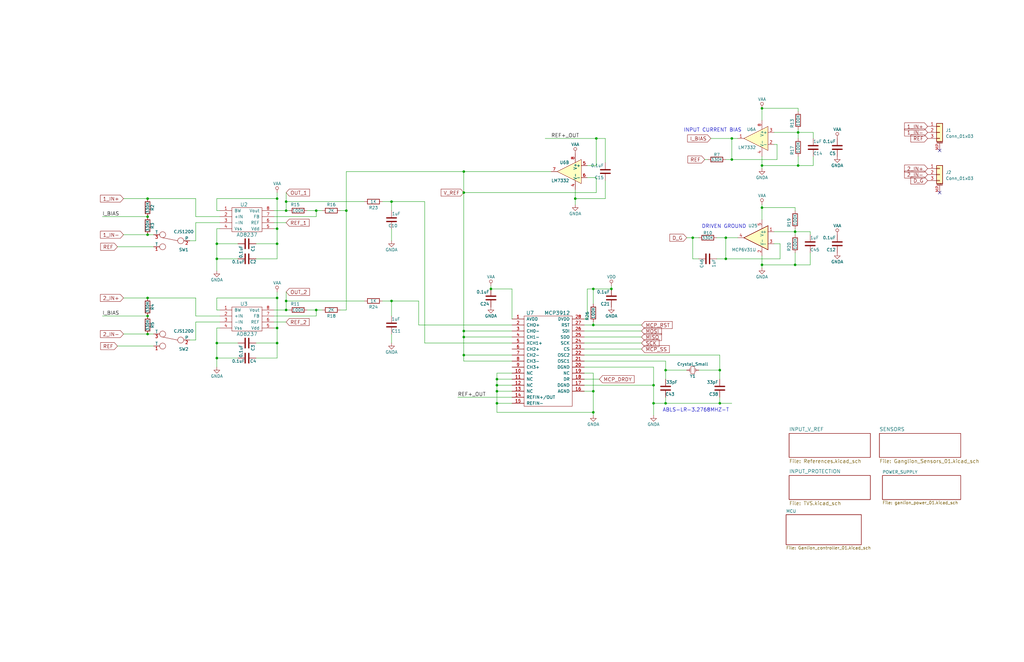
<source format=kicad_sch>
(kicad_sch (version 20231120) (generator "eeschema") (generator_version "8.0")
  (paper "B")
  (title_block (title "Ganglion") (date "2018-1-8") (rev "1.0.1") (company "OpenBCI"))
  (lib_symbols
    (symbol "Connector_Generic_MountingPin:Conn_01x03_MountingPin" (pin_names (offset 1.016) hide)
      (property "Reference" "J" (at 0 5.08 0))
      (property "Value" "Conn_01x03_MountingPin" (at 1.27 -5.08 0))
      (symbol "Conn_01x03_MountingPin_1_1"
        (rectangle (start -1.27 -2.413) (end 0 -2.667) (stroke (width 0.1524)))
        (rectangle (start -1.27 0.127) (end 0 -0.127) (stroke (width 0.1524)))
        (rectangle (start -1.27 2.667) (end 0 2.413) (stroke (width 0.1524)))
        (rectangle (start -1.27 3.81) (end 1.27 -3.81) (stroke (width 0.254)) (fill (type background)))
        (polyline (pts (xy -1.016 -4.572) (xy 1.016 -4.572)) (stroke (width 0.1524)))
        (text "Mounting" (at 0 -4.191 0) (effects (font (size 0.381 0.381))))
        (pin passive line (at -5.08 2.54 0) (length 3.81) (name "Pin_1") (number "1"))
        (pin passive line (at -5.08 0 0) (length 3.81) (name "Pin_2") (number "2"))
        (pin passive line (at -5.08 -2.54 0) (length 3.81) (name "Pin_3") (number "3"))
        (pin passive line (at 0 -7.62 90) (length 3.048) (name "MountPin") (number "MP"))
      )
    )
    (symbol "Ganglion_01-rescue:C" (pin_numbers hide) (pin_names (offset 0.254))
      (property "Reference" "C" (at 0.635 2.54 0))
      (property "Value" "C" (at 0.635 -2.54 0))
      (symbol "C_0_1"
        (polyline (pts (xy -2.032 -0.762) (xy 2.032 -0.762)) (stroke (width 0.508)))
        (polyline (pts (xy -2.032 0.762) (xy 2.032 0.762)) (stroke (width 0.508)))
      )
      (symbol "C_1_1"
        (pin passive line (at 0 3.81 270) (length 2.794) (name "~") (number "1"))
        (pin passive line (at 0 -3.81 90) (length 2.794) (name "~") (number "2"))
      )
    )
    (symbol "Ganglion_01-rescue:Crystal_Small" (pin_numbers hide) (pin_names (offset 1.016) hide)
      (property "Reference" "Y" (at 0 2.54 0))
      (property "Value" "Crystal_Small" (at 0 -2.54 0))
      (symbol "Crystal_Small_0_1"
        (rectangle (start -0.762 -1.524) (end 0.762 1.524))
        (polyline (pts (xy -1.27 -0.762) (xy -1.27 0.762)))
        (polyline (pts (xy 1.27 -0.762) (xy 1.27 0.762)))
      )
      (symbol "Crystal_Small_1_1"
        (pin passive line (at -2.54 0 0) (length 1.27) (name "1") (number "1"))
        (pin passive line (at 2.54 0 180) (length 1.27) (name "2") (number "2"))
      )
    )
    (symbol "Ganglion_01-rescue:GNDA" (power) (pin_names (offset 0))
      (property "Value" "GNDA" (at 0 -3.81 0))
      (symbol "GNDA_0_1"
        (polyline (pts (xy 0 0) (xy 0 -1.27) (xy 1.27 -1.27) (xy 0 -2.54) (xy -1.27 -1.27) (xy 0 -1.27)))
      )
      (symbol "GNDA_1_1"
        (pin power_in line (at 0 0 270) (length 0) hide (name "GNDA") (number "1"))
      )
    )
    (symbol "Ganglion_01-rescue:R" (pin_numbers hide) (pin_names (offset 0))
      (property "Reference" "R" (at 2.032 0 90))
      (property "Value" "R" (at 0 0 90))
      (symbol "R_0_1"
        (rectangle (start -1.016 -2.54) (end 1.016 2.54) (stroke (width 0.254)))
      )
      (symbol "R_1_1"
        (pin passive line (at 0 3.81 270) (length 1.27) (name "~") (number "1"))
        (pin passive line (at 0 -3.81 90) (length 1.27) (name "~") (number "2"))
      )
    )
    (symbol "Ganglion_01-rescue:VAA" (power) (pin_names (offset 0))
      (property "Value" "VAA" (at 0 3.81 0))
      (symbol "VAA_0_1"
        (polyline (pts (xy 0 0) (xy 0 1.27)))
        (circle (center 0 1.905) (radius 0.635))
      )
      (symbol "VAA_1_1"
        (pin power_in line (at 0 0 90) (length 0) hide (name "VAA") (number "1"))
      )
    )
    (symbol "Ganglion_01-rescue:VDD" (power) (pin_names (offset 0))
      (property "Value" "VDD" (at 0 3.81 0))
      (symbol "VDD_0_1"
        (polyline (pts (xy 0 0) (xy 0 1.27)))
        (circle (center 0 1.905) (radius 0.635))
      )
      (symbol "VDD_1_1"
        (pin power_in line (at 0 0 90) (length 0) hide (name "VDD") (number "1"))
      )
    )
    (symbol "OpenBCI:AD8237" (pin_names (offset 1.016))
      (property "Reference" "U" (at -1.27 6.35 0))
      (property "Value" "AD8237" (at 0 -6.35 0))
      (symbol "AD8237_0_1"
        (rectangle (start -6.35 5.08) (end 6.35 -5.08))
      )
      (symbol "AD8237_1_1"
        (pin input line (at -11.43 3.81 0) (length 5.08) (name "BW") (number "1"))
        (pin input line (at -11.43 1.27 0) (length 5.08) (name "+IN") (number "2"))
        (pin input line (at -11.43 -1.27 0) (length 5.08) (name "-IN") (number "3"))
        (pin input line (at -11.43 -3.81 0) (length 5.08) (name "Vss") (number "4"))
        (pin input line (at 11.43 -3.81 180) (length 5.08) (name "Vdd") (number "5"))
        (pin input line (at 11.43 -1.27 180) (length 5.08) (name "REF") (number "6"))
        (pin input line (at 11.43 1.27 180) (length 5.08) (name "FB") (number "7"))
        (pin input line (at 11.43 3.81 180) (length 5.08) (name "Vout") (number "8"))
      )
    )
    (symbol "OpenBCI:CJS1200" (pin_names (offset 0))
      (property "Reference" "SW" (at -5.08 3.81 0))
      (property "Value" "CJS1200" (at -5.08 -3.81 0))
      (property "Datasheet" "http://www.nidec-copal-electronics.com/e/catalog/switch/cjs.pdf" (at 0 0 0))
      (symbol "CJS1200_0_0"
        (circle (center -3.81 0) (radius 1.27))
        (circle (center 3.81 -2.54) (radius 1.27))
      )
      (symbol "CJS1200_0_1"
        (polyline (pts (xy -2.54 0) (xy 3.81 -1.27)))
        (circle (center 3.81 2.54) (radius 1.27))
      )
      (symbol "CJS1200_1_1"
        (pin passive line (at 7.62 2.54 180) (length 2.54) (name "T") (number "1"))
        (pin passive line (at -7.62 0 0) (length 2.54) (name "P") (number "2"))
        (pin passive line (at 7.62 -2.54 180) (length 2.54) (name "T") (number "3"))
      )
    )
    (symbol "OpenBCI:LM7332" (pin_names (offset 0.254))
      (property "Reference" "U" (at 0 3.81 0))
      (property "Value" "LM7332" (at 0 -3.81 0))
      (property "Datasheet" "http://www.ti.com/lit/gpn/lm7332" (at 0 3.81 0))
      (symbol "LM7332_0_1"
        (polyline (pts (xy -5.08 5.08) (xy 5.08 0) (xy -5.08 -5.08) (xy -5.08 5.08)) (stroke (width 0.1524)) (fill (type background)))
        (pin power_in line (at -2.54 -7.62 90) (length 3.81) (name "V-") (number "4"))
        (pin power_in line (at -2.54 7.62 270) (length 3.81) (name "V+") (number "8"))
      )
      (symbol "LM7332_1_1"
        (pin output line (at 7.62 0 180) (length 2.54) (name "~") (number "1"))
        (pin input line (at -7.62 -2.54 0) (length 2.54) (name "-") (number "2"))
        (pin input line (at -7.62 2.54 0) (length 2.54) (name "+") (number "3"))
      )
      (symbol "LM7332_2_1"
        (pin input line (at -7.62 2.54 0) (length 2.54) (name "+") (number "5"))
        (pin input line (at -7.62 -2.54 0) (length 2.54) (name "-") (number "6"))
        (pin output line (at 7.62 0 180) (length 2.54) (name "~") (number "7"))
      )
    )
    (symbol "OpenBCI:MCP3912" (pin_names (offset 1.016))
      (property "Reference" "U" (at -7.62 19.05 0))
      (property "Value" "MCP3912" (at 3.81 19.05 0))
      (symbol "MCP3912_0_1"
        (rectangle (start -10.16 17.78) (end 10.16 -20.32))
      )
      (symbol "MCP3912_1_1"
        (pin power_in line (at -15.24 16.51 0) (length 5.08) (name "AVDD") (number "1"))
        (pin input line (at -15.24 -6.35 0) (length 5.08) (name "NC") (number "10"))
        (pin input line (at -15.24 -8.89 0) (length 5.08) (name "NC") (number "11"))
        (pin input line (at -15.24 -11.43 0) (length 5.08) (name "NC") (number "12"))
        (pin input line (at -15.24 -13.97 0) (length 5.08) (name "NC") (number "13"))
        (pin input line (at -15.24 -16.51 0) (length 5.08) (name "REFIN+/OUT") (number "14"))
        (pin input line (at -15.24 -19.05 0) (length 5.08) (name "REFIN-") (number "15"))
        (pin power_in line (at 15.24 -13.97 180) (length 5.08) (name "AGND") (number "16"))
        (pin power_in line (at 15.24 -11.43 180) (length 5.08) (name "DGND") (number "17"))
        (pin power_in line (at 15.24 -8.89 180) (length 5.08) (name "DR") (number "18"))
        (pin power_in line (at 15.24 -6.35 180) (length 5.08) (name "NC") (number "19"))
        (pin input line (at -15.24 13.97 0) (length 5.08) (name "CHO+") (number "2"))
        (pin power_in line (at 15.24 -3.81 180) (length 5.08) (name "DGND") (number "20"))
        (pin input line (at 15.24 -1.27 180) (length 5.08) (name "OSC1") (number "21"))
        (pin input line (at 15.24 1.27 180) (length 5.08) (name "OSC2") (number "22"))
        (pin input line (at 15.24 3.81 180) (length 5.08) (name "CS") (number "23"))
        (pin input line (at 15.24 6.35 180) (length 5.08) (name "SCK") (number "24"))
        (pin output line (at 15.24 8.89 180) (length 5.08) (name "SDO") (number "25"))
        (pin input line (at 15.24 11.43 180) (length 5.08) (name "SDI") (number "26"))
        (pin input line (at 15.24 13.97 180) (length 5.08) (name "RST") (number "27"))
        (pin power_in line (at 15.24 16.51 180) (length 5.08) (name "DVDD") (number "28"))
        (pin input line (at -15.24 11.43 0) (length 5.08) (name "CH0-") (number "3"))
        (pin input line (at -15.24 8.89 0) (length 5.08) (name "CH1-") (number "4"))
        (pin input line (at -15.24 6.35 0) (length 5.08) (name "XCH1+") (number "5"))
        (pin input line (at -15.24 3.81 0) (length 5.08) (name "CH2+") (number "6"))
        (pin input line (at -15.24 1.27 0) (length 5.08) (name "CH2-") (number "7"))
        (pin input line (at -15.24 -1.27 0) (length 5.08) (name "CH3-") (number "8"))
        (pin input line (at -15.24 -3.81 0) (length 5.08) (name "CH3+") (number "9"))
      )
    )
    (symbol "OpenBCI:MCP6V31U"
      (property "Reference" "U" (at 1.27 5.08 0))
      (property "Value" "MCP6V31U" (at 5.08 -5.08 0))
      (property "Datasheet" "http://ww1.microchip.com/downloads/en/DeviceDoc/21733j.pdf" (at 1.27 5.08 0))
      (symbol "MCP6V31U_0_1"
        (polyline (pts (xy -5.08 5.08) (xy 5.08 0) (xy -5.08 -5.08) (xy -5.08 5.08)) (stroke (width 0.254)) (fill (type background)))
      )
      (symbol "MCP6V31U_1_1"
        (pin input line (at -7.62 2.54 0) (length 2.54) (name "+") (number "1"))
        (pin input line (at -2.54 -7.62 90) (length 3.81) (name "V-") (number "2"))
        (pin input line (at -7.62 -2.54 0) (length 2.54) (name "-") (number "3"))
        (pin output line (at 7.62 0 180) (length 2.54) (name "~") (number "4"))
        (pin input line (at -2.54 7.62 270) (length 3.81) (name "V+") (number "5"))
      )
    )
  )
  (junction (at 165.1 127))
  (junction (at 91.44 144.78))
  (junction (at 62.23 133.35))
  (junction (at 195.58 72.39))
  (junction (at 250.19 137.16))
  (junction (at 91.44 151.13))
  (junction (at 292.1 100.33))
  (junction (at 195.58 139.7))
  (junction (at 275.59 170.18))
  (junction (at 195.58 142.24))
  (junction (at 336.55 69.85))
  (junction (at 116.84 125.73))
  (junction (at 250.19 165.1))
  (junction (at 116.84 138.43))
  (junction (at 303.53 170.18))
  (junction (at 116.84 83.82))
  (junction (at 91.44 109.22))
  (junction (at 62.23 83.82))
  (junction (at 321.31 87.63))
  (junction (at 62.23 140.97))
  (junction (at 321.31 45.72))
  (junction (at 280.67 170.18))
  (junction (at 303.53 156.21))
  (junction (at 207.01 121.92))
  (junction (at 195.58 149.86))
  (junction (at 209.55 170.18))
  (junction (at 116.84 96.52))
  (junction (at 146.05 88.9))
  (junction (at 209.55 162.56))
  (junction (at 257.81 121.92))
  (junction (at 116.84 102.87))
  (junction (at 133.35 130.81))
  (junction (at 250.19 121.92))
  (junction (at 308.61 67.31))
  (junction (at 321.31 111.76))
  (junction (at 91.44 102.87))
  (junction (at 195.58 81.28))
  (junction (at 62.23 91.44))
  (junction (at 120.65 127))
  (junction (at 133.35 88.9))
  (junction (at 275.59 162.56))
  (junction (at 306.07 100.33))
  (junction (at 62.23 125.73))
  (junction (at 306.07 109.22))
  (junction (at 335.28 97.79))
  (junction (at 209.55 160.02))
  (junction (at 308.61 58.42))
  (junction (at 321.31 69.85))
  (junction (at 120.65 130.81))
  (junction (at 120.65 85.09))
  (junction (at 336.55 55.88))
  (junction (at 165.1 85.09))
  (junction (at 242.57 83.82))
  (junction (at 116.84 144.78))
  (junction (at 120.65 88.9))
  (junction (at 62.23 99.06))
  (junction (at 250.19 173.99))
  (junction (at 251.46 58.42))
  (junction (at 335.28 111.76))
  (junction (at 280.67 156.21))
  (junction (at 209.55 165.1))
  (no_connect (at 396.24 81.28))
  (no_connect (at 396.24 63.5))
  (wire (pts (xy 92.71 96.52) (xy 91.44 96.52)))
  (wire (pts (xy 91.44 138.43) (xy 92.71 138.43)))
  (wire (pts (xy 292.1 109.22) (xy 292.1 100.33)))
  (wire (pts (xy 229.87 58.42) (xy 251.46 58.42)))
  (wire (pts (xy 195.58 139.7) (xy 195.58 142.24)))
  (wire (pts (xy 335.28 97.79) (xy 341.63 97.79)))
  (wire (pts (xy 215.9 149.86) (xy 195.58 149.86)))
  (wire (pts (xy 342.9 69.85) (xy 342.9 66.04)))
  (wire (pts (xy 165.1 85.09) (xy 179.07 85.09)))
  (wire (pts (xy 251.46 81.28) (xy 195.58 81.28)))
  (wire (pts (xy 215.9 121.92) (xy 215.9 134.62)))
  (wire (pts (xy 215.9 157.48) (xy 209.55 157.48)))
  (wire (pts (xy 43.18 91.44) (xy 62.23 91.44)))
  (wire (pts (xy 294.64 156.21) (xy 303.53 156.21)))
  (wire (pts (xy 209.55 157.48) (xy 209.55 160.02)))
  (wire (pts (xy 116.84 102.87) (xy 107.95 102.87)))
  (wire (pts (xy 280.67 156.21) (xy 280.67 160.02)))
  (wire (pts (xy 302.26 100.33) (xy 306.07 100.33)))
  (wire (pts (xy 250.19 121.92) (xy 250.19 128.27)))
  (wire (pts (xy 303.53 167.64) (xy 303.53 170.18)))
  (wire (pts (xy 215.9 165.1) (xy 209.55 165.1)))
  (wire (pts (xy 62.23 99.06) (xy 64.77 99.06)))
  (wire (pts (xy 52.07 83.82) (xy 62.23 83.82)))
  (wire (pts (xy 255.27 83.82) (xy 242.57 83.82)))
  (wire (pts (xy 115.57 91.44) (xy 133.35 91.44)))
  (wire (pts (xy 299.72 58.42) (xy 308.61 58.42)))
  (wire (pts (xy 308.61 67.31) (xy 306.07 67.31)))
  (wire (pts (xy 247.65 121.92) (xy 247.65 134.62)))
  (wire (pts (xy 246.38 142.24) (xy 270.51 142.24)))
  (wire (pts (xy 116.84 151.13) (xy 107.95 151.13)))
  (wire (pts (xy 52.07 125.73) (xy 62.23 125.73)))
  (wire (pts (xy 100.33 102.87) (xy 91.44 102.87)))
  (wire (pts (xy 246.38 157.48) (xy 250.19 157.48)))
  (wire (pts (xy 49.53 104.14) (xy 64.77 104.14)))
  (wire (pts (xy 209.55 173.99) (xy 250.19 173.99)))
  (wire (pts (xy 255.27 58.42) (xy 255.27 68.58)))
  (wire (pts (xy 193.04 167.64) (xy 215.9 167.64)))
  (wire (pts (xy 303.53 149.86) (xy 303.53 156.21)))
  (wire (pts (xy 328.93 109.22) (xy 306.07 109.22)))
  (wire (pts (xy 209.55 165.1) (xy 209.55 170.18)))
  (wire (pts (xy 176.53 127) (xy 176.53 137.16)))
  (wire (pts (xy 120.65 85.09) (xy 153.67 85.09)))
  (wire (pts (xy 179.07 144.78) (xy 215.9 144.78)))
  (wire (pts (xy 251.46 74.93) (xy 251.46 81.28)))
  (wire (pts (xy 209.55 170.18) (xy 215.9 170.18)))
  (wire (pts (xy 255.27 76.2) (xy 255.27 83.82)))
  (wire (pts (xy 92.71 130.81) (xy 91.44 130.81)))
  (wire (pts (xy 335.28 96.52) (xy 335.28 97.79)))
  (wire (pts (xy 321.31 66.04) (xy 321.31 69.85)))
  (wire (pts (xy 341.63 111.76) (xy 341.63 106.68)))
  (wire (pts (xy 195.58 142.24) (xy 195.58 149.86)))
  (wire (pts (xy 91.44 96.52) (xy 91.44 102.87)))
  (wire (pts (xy 246.38 162.56) (xy 275.59 162.56)))
  (wire (pts (xy 250.19 173.99) (xy 250.19 175.26)))
  (wire (pts (xy 146.05 72.39) (xy 195.58 72.39)))
  (wire (pts (xy 250.19 165.1) (xy 250.19 173.99)))
  (wire (pts (xy 62.23 125.73) (xy 82.55 125.73)))
  (wire (pts (xy 120.65 123.19) (xy 120.65 127)))
  (wire (pts (xy 321.31 111.76) (xy 321.31 113.03)))
  (wire (pts (xy 326.39 60.96) (xy 327.66 60.96)))
  (wire (pts (xy 120.65 85.09) (xy 120.65 88.9)))
  (wire (pts (xy 336.55 69.85) (xy 342.9 69.85)))
  (wire (pts (xy 250.19 137.16) (xy 270.51 137.16)))
  (wire (pts (xy 342.9 55.88) (xy 342.9 58.42)))
  (wire (pts (xy 321.31 69.85) (xy 336.55 69.85)))
  (wire (pts (xy 133.35 88.9) (xy 133.35 91.44)))
  (wire (pts (xy 62.23 140.97) (xy 64.77 140.97)))
  (wire (pts (xy 91.44 109.22) (xy 100.33 109.22)))
  (wire (pts (xy 82.55 101.6) (xy 80.01 101.6)))
  (wire (pts (xy 195.58 152.4) (xy 215.9 152.4)))
  (wire (pts (xy 336.55 54.61) (xy 336.55 55.88)))
  (wire (pts (xy 321.31 69.85) (xy 321.31 71.12)))
  (wire (pts (xy 92.71 133.35) (xy 82.55 133.35)))
  (wire (pts (xy 247.65 69.85) (xy 251.46 69.85)))
  (wire (pts (xy 116.84 81.28) (xy 116.84 83.82)))
  (wire (pts (xy 82.55 133.35) (xy 82.55 125.73)))
  (wire (pts (xy 115.57 133.35) (xy 133.35 133.35)))
  (wire (pts (xy 336.55 55.88) (xy 336.55 58.42)))
  (wire (pts (xy 335.28 88.9) (xy 335.28 87.63)))
  (wire (pts (xy 289.56 156.21) (xy 280.67 156.21)))
  (wire (pts (xy 82.55 135.89) (xy 92.71 135.89)))
  (wire (pts (xy 215.9 162.56) (xy 209.55 162.56)))
  (wire (pts (xy 215.9 139.7) (xy 195.58 139.7)))
  (wire (pts (xy 251.46 69.85) (xy 251.46 58.42)))
  (wire (pts (xy 195.58 149.86) (xy 195.58 152.4)))
  (wire (pts (xy 143.51 130.81) (xy 146.05 130.81)))
  (wire (pts (xy 120.65 93.98) (xy 115.57 93.98)))
  (wire (pts (xy 143.51 88.9) (xy 146.05 88.9)))
  (wire (pts (xy 341.63 97.79) (xy 341.63 99.06)))
  (wire (pts (xy 115.57 88.9) (xy 120.65 88.9)))
  (wire (pts (xy 321.31 45.72) (xy 336.55 45.72)))
  (wire (pts (xy 133.35 130.81) (xy 133.35 133.35)))
  (wire (pts (xy 294.64 109.22) (xy 292.1 109.22)))
  (wire (pts (xy 120.65 130.81) (xy 121.92 130.81)))
  (wire (pts (xy 246.38 144.78) (xy 270.51 144.78)))
  (wire (pts (xy 129.54 88.9) (xy 133.35 88.9)))
  (wire (pts (xy 246.38 149.86) (xy 303.53 149.86)))
  (wire (pts (xy 306.07 100.33) (xy 311.15 100.33)))
  (wire (pts (xy 306.07 109.22) (xy 302.26 109.22)))
  (wire (pts (xy 115.57 130.81) (xy 120.65 130.81)))
  (wire (pts (xy 246.38 152.4) (xy 280.67 152.4)))
  (wire (pts (xy 176.53 137.16) (xy 215.9 137.16)))
  (wire (pts (xy 92.71 88.9) (xy 91.44 88.9)))
  (wire (pts (xy 247.65 134.62) (xy 246.38 134.62)))
  (wire (pts (xy 195.58 72.39) (xy 232.41 72.39)))
  (wire (pts (xy 100.33 151.13) (xy 91.44 151.13)))
  (wire (pts (xy 298.45 67.31) (xy 297.18 67.31)))
  (wire (pts (xy 82.55 93.98) (xy 82.55 101.6)))
  (wire (pts (xy 292.1 100.33) (xy 294.64 100.33)))
  (wire (pts (xy 165.1 127) (xy 161.29 127)))
  (wire (pts (xy 336.55 55.88) (xy 342.9 55.88)))
  (wire (pts (xy 116.84 138.43) (xy 116.84 144.78)))
  (wire (pts (xy 247.65 74.93) (xy 251.46 74.93)))
  (wire (pts (xy 246.38 147.32) (xy 270.51 147.32)))
  (wire (pts (xy 120.65 88.9) (xy 121.92 88.9)))
  (wire (pts (xy 275.59 154.94) (xy 275.59 162.56)))
  (wire (pts (xy 321.31 45.72) (xy 321.31 50.8)))
  (wire (pts (xy 146.05 88.9) (xy 146.05 130.81)))
  (wire (pts (xy 303.53 170.18) (xy 308.61 170.18)))
  (wire (pts (xy 52.07 140.97) (xy 62.23 140.97)))
  (wire (pts (xy 91.44 125.73) (xy 116.84 125.73)))
  (wire (pts (xy 209.55 170.18) (xy 209.55 173.99)))
  (wire (pts (xy 321.31 107.95) (xy 321.31 111.76)))
  (wire (pts (xy 116.84 125.73) (xy 116.84 138.43)))
  (wire (pts (xy 115.57 96.52) (xy 116.84 96.52)))
  (wire (pts (xy 92.71 91.44) (xy 82.55 91.44)))
  (wire (pts (xy 116.84 138.43) (xy 115.57 138.43)))
  (wire (pts (xy 321.31 111.76) (xy 335.28 111.76)))
  (wire (pts (xy 336.55 66.04) (xy 336.55 69.85)))
  (wire (pts (xy 82.55 91.44) (xy 82.55 83.82)))
  (wire (pts (xy 120.65 127) (xy 153.67 127)))
  (wire (pts (xy 246.38 139.7) (xy 270.51 139.7)))
  (wire (pts (xy 275.59 170.18) (xy 280.67 170.18)))
  (wire (pts (xy 133.35 88.9) (xy 135.89 88.9)))
  (wire (pts (xy 242.57 83.82) (xy 242.57 86.36)))
  (wire (pts (xy 161.29 85.09) (xy 165.1 85.09)))
  (wire (pts (xy 280.67 167.64) (xy 280.67 170.18)))
  (wire (pts (xy 179.07 85.09) (xy 179.07 144.78)))
  (wire (pts (xy 135.89 130.81) (xy 133.35 130.81)))
  (wire (pts (xy 207.01 121.92) (xy 215.9 121.92)))
  (wire (pts (xy 116.84 109.22) (xy 107.95 109.22)))
  (wire (pts (xy 250.19 137.16) (xy 250.19 135.89)))
  (wire (pts (xy 146.05 72.39) (xy 146.05 88.9)))
  (wire (pts (xy 91.44 83.82) (xy 116.84 83.82)))
  (wire (pts (xy 250.19 121.92) (xy 257.81 121.92)))
  (wire (pts (xy 326.39 102.87) (xy 328.93 102.87)))
  (wire (pts (xy 43.18 133.35) (xy 62.23 133.35)))
  (wire (pts (xy 209.55 160.02) (xy 209.55 162.56)))
  (wire (pts (xy 165.1 127) (xy 176.53 127)))
  (wire (pts (xy 82.55 93.98) (xy 92.71 93.98)))
  (wire (pts (xy 246.38 160.02) (xy 252.73 160.02)))
  (wire (pts (xy 215.9 142.24) (xy 195.58 142.24)))
  (wire (pts (xy 275.59 162.56) (xy 275.59 170.18)))
  (wire (pts (xy 91.44 151.13) (xy 91.44 154.94)))
  (wire (pts (xy 335.28 106.68) (xy 335.28 111.76)))
  (wire (pts (xy 195.58 81.28) (xy 195.58 139.7)))
  (wire (pts (xy 52.07 99.06) (xy 62.23 99.06)))
  (wire (pts (xy 251.46 58.42) (xy 255.27 58.42)))
  (wire (pts (xy 207.01 120.65) (xy 207.01 121.92)))
  (wire (pts (xy 335.28 111.76) (xy 341.63 111.76)))
  (wire (pts (xy 91.44 138.43) (xy 91.44 144.78)))
  (wire (pts (xy 321.31 87.63) (xy 321.31 92.71)))
  (wire (pts (xy 326.39 55.88) (xy 336.55 55.88)))
  (wire (pts (xy 289.56 100.33) (xy 292.1 100.33)))
  (wire (pts (xy 120.65 127) (xy 120.65 130.81)))
  (wire (pts (xy 336.55 45.72) (xy 336.55 46.99)))
  (wire (pts (xy 246.38 154.94) (xy 275.59 154.94)))
  (wire (pts (xy 308.61 58.42) (xy 308.61 67.31)))
  (wire (pts (xy 250.19 157.48) (xy 250.19 165.1)))
  (wire (pts (xy 165.1 96.52) (xy 165.1 101.6)))
  (wire (pts (xy 303.53 156.21) (xy 303.53 160.02)))
  (wire (pts (xy 116.84 96.52) (xy 116.84 102.87)))
  (wire (pts (xy 306.07 109.22) (xy 306.07 100.33)))
  (wire (pts (xy 215.9 160.02) (xy 209.55 160.02)))
  (wire (pts (xy 275.59 170.18) (xy 275.59 175.26)))
  (wire (pts (xy 328.93 102.87) (xy 328.93 109.22)))
  (wire (pts (xy 82.55 135.89) (xy 82.55 143.51)))
  (wire (pts (xy 91.44 144.78) (xy 91.44 151.13)))
  (wire (pts (xy 246.38 137.16) (xy 250.19 137.16)))
  (wire (pts (xy 280.67 152.4) (xy 280.67 156.21)))
  (wire (pts (xy 209.55 162.56) (xy 209.55 165.1)))
  (wire (pts (xy 116.84 123.19) (xy 116.84 125.73)))
  (wire (pts (xy 242.57 80.01) (xy 242.57 83.82)))
  (wire (pts (xy 91.44 88.9) (xy 91.44 83.82)))
  (wire (pts (xy 116.84 144.78) (xy 107.95 144.78)))
  (wire (pts (xy 116.84 102.87) (xy 116.84 109.22)))
  (wire (pts (xy 49.53 146.05) (xy 64.77 146.05)))
  (wire (pts (xy 327.66 60.96) (xy 327.66 67.31)))
  (wire (pts (xy 195.58 72.39) (xy 195.58 81.28)))
  (wire (pts (xy 91.44 130.81) (xy 91.44 125.73)))
  (wire (pts (xy 247.65 121.92) (xy 250.19 121.92)))
  (wire (pts (xy 326.39 97.79) (xy 335.28 97.79)))
  (wire (pts (xy 165.1 85.09) (xy 165.1 88.9)))
  (wire (pts (xy 120.65 81.28) (xy 120.65 85.09)))
  (wire (pts (xy 115.57 135.89) (xy 120.65 135.89)))
  (wire (pts (xy 165.1 140.97) (xy 165.1 144.78)))
  (wire (pts (xy 308.61 58.42) (xy 311.15 58.42)))
  (wire (pts (xy 327.66 67.31) (xy 308.61 67.31)))
  (wire (pts (xy 116.84 144.78) (xy 116.84 151.13)))
  (wire (pts (xy 91.44 102.87) (xy 91.44 109.22)))
  (wire (pts (xy 82.55 83.82) (xy 62.23 83.82)))
  (wire (pts (xy 335.28 97.79) (xy 335.28 99.06)))
  (wire (pts (xy 335.28 87.63) (xy 321.31 87.63)))
  (wire (pts (xy 91.44 109.22) (xy 91.44 114.3)))
  (wire (pts (xy 250.19 165.1) (xy 246.38 165.1)))
  (wire (pts (xy 257.81 120.65) (xy 257.81 121.92)))
  (wire (pts (xy 321.31 86.36) (xy 321.31 87.63)))
  (wire (pts (xy 280.67 170.18) (xy 303.53 170.18)))
  (wire (pts (xy 116.84 83.82) (xy 116.84 96.52)))
  (wire (pts (xy 100.33 144.78) (xy 91.44 144.78)))
  (wire (pts (xy 133.35 130.81) (xy 129.54 130.81)))
  (wire (pts (xy 165.1 127) (xy 165.1 133.35)))
  (wire (pts (xy 82.55 143.51) (xy 80.01 143.51)))
  (text "INPUT CURRENT BIAS" (at 288.29 55.88 0) (effects (font (size 1.524 1.524)) (justify left bottom)))
  (text "ABLS-LR-3.2768MHZ-T\n" (at 279.4 173.99 0) (effects (font (size 1.524 1.524)) (justify left bottom)))
  (text "DRIVEN GROUND" (at 295.91 96.52 0) (effects (font (size 1.524 1.524)) (justify left bottom)))
  (label "REF+_OUT" (at 193.04 167.64 0) (effects (font (size 1.524 1.524))))
  (label "REF+_OUT" (at 232.41 58.42 0) (effects (font (size 1.524 1.524))))
  (label "I_BIAS" (at 43.18 133.35 0) (effects (font (size 1.524 1.524))))
  (label "I_BIAS" (at 43.18 91.44 0) (effects (font (size 1.524 1.524))))
  (global_label "2_IN-" (shape input) (at 391.16 73.66 180) (effects (font (size 1.524 1.524))) (property "Intersheetrefs" "${INTERSHEET_REFS}" (effects (hide yes))))
  (global_label "2_IN-" (shape input) (at 52.07 140.97 180) (effects (font (size 1.524 1.524))) (property "Intersheetrefs" "${INTERSHEET_REFS}" (effects (hide yes))))
  (global_label "1_IN-" (shape input) (at 52.07 99.06 180) (effects (font (size 1.524 1.524))) (property "Intersheetrefs" "${INTERSHEET_REFS}" (effects (hide yes))))
  (global_label "D_G" (shape input) (at 289.56 100.33 180) (effects (font (size 1.524 1.524))) (property "Intersheetrefs" "${INTERSHEET_REFS}" (effects (hide yes))))
  (global_label "REF" (shape input) (at 391.16 58.42 180) (effects (font (size 1.524 1.524))) (property "Intersheetrefs" "${INTERSHEET_REFS}" (effects (hide yes))))
  (global_label "MCP_DRDY" (shape input) (at 252.73 160.02 0) (effects (font (size 1.524 1.524))) (property "Intersheetrefs" "${INTERSHEET_REFS}" (effects (hide yes))))
  (global_label "D_G" (shape input) (at 391.16 76.2 180) (effects (font (size 1.524 1.524))) (property "Intersheetrefs" "${INTERSHEET_REFS}" (effects (hide yes))))
  (global_label "REF" (shape input) (at 297.18 67.31 180) (effects (font (size 1.524 1.524))) (property "Intersheetrefs" "${INTERSHEET_REFS}" (effects (hide yes))))
  (global_label "REF" (shape input) (at 49.53 146.05 180) (effects (font (size 1.524 1.524))) (property "Intersheetrefs" "${INTERSHEET_REFS}" (effects (hide yes))))
  (global_label "1_IN+" (shape input) (at 391.16 53.34 180) (effects (font (size 1.524 1.524))) (property "Intersheetrefs" "${INTERSHEET_REFS}" (effects (hide yes))))
  (global_label "REF_2" (shape input) (at 120.65 135.89 0) (effects (font (size 1.524 1.524))) (property "Intersheetrefs" "${INTERSHEET_REFS}" (effects (hide yes))))
  (global_label "1_IN-" (shape input) (at 391.16 55.88 180) (effects (font (size 1.524 1.524))) (property "Intersheetrefs" "${INTERSHEET_REFS}" (effects (hide yes))))
  (global_label "OUT_1" (shape input) (at 120.65 81.28 0) (effects (font (size 1.524 1.524))) (property "Intersheetrefs" "${INTERSHEET_REFS}" (effects (hide yes))))
  (global_label "V_REF" (shape input) (at 195.58 81.28 180) (effects (font (size 1.524 1.524))) (property "Intersheetrefs" "${INTERSHEET_REFS}" (effects (hide yes))))
  (global_label "2_IN+" (shape input) (at 391.16 71.12 180) (effects (font (size 1.524 1.524))) (property "Intersheetrefs" "${INTERSHEET_REFS}" (effects (hide yes))))
  (global_label "SCK" (shape input) (at 270.51 144.78 0) (effects (font (size 1.524 1.524))) (property "Intersheetrefs" "${INTERSHEET_REFS}" (effects (hide yes))))
  (global_label "I_BIAS" (shape input) (at 299.72 58.42 180) (effects (font (size 1.524 1.524))) (property "Intersheetrefs" "${INTERSHEET_REFS}" (effects (hide yes))))
  (global_label "OUT_2" (shape input) (at 120.65 123.19 0) (effects (font (size 1.524 1.524))) (property "Intersheetrefs" "${INTERSHEET_REFS}" (effects (hide yes))))
  (global_label "MCP_RST" (shape input) (at 270.51 137.16 0) (effects (font (size 1.524 1.524))) (property "Intersheetrefs" "${INTERSHEET_REFS}" (effects (hide yes))))
  (global_label "1_IN+" (shape input) (at 52.07 83.82 180) (effects (font (size 1.524 1.524))) (property "Intersheetrefs" "${INTERSHEET_REFS}" (effects (hide yes))))
  (global_label "REF" (shape input) (at 49.53 104.14 180) (effects (font (size 1.524 1.524))) (property "Intersheetrefs" "${INTERSHEET_REFS}" (effects (hide yes))))
  (global_label "MCP_SS" (shape input) (at 270.51 147.32 0) (effects (font (size 1.524 1.524))) (property "Intersheetrefs" "${INTERSHEET_REFS}" (effects (hide yes))))
  (global_label "MISO" (shape input) (at 270.51 142.24 0) (effects (font (size 1.524 1.524))) (property "Intersheetrefs" "${INTERSHEET_REFS}" (effects (hide yes))))
  (global_label "2_IN+" (shape input) (at 52.07 125.73 180) (effects (font (size 1.524 1.524))) (property "Intersheetrefs" "${INTERSHEET_REFS}" (effects (hide yes))))
  (global_label "REF_1" (shape input) (at 120.65 93.98 0) (effects (font (size 1.524 1.524))) (property "Intersheetrefs" "${INTERSHEET_REFS}" (effects (hide yes))))
  (global_label "MOSI" (shape input) (at 270.51 139.7 0) (effects (font (size 1.524 1.524))) (property "Intersheetrefs" "${INTERSHEET_REFS}" (effects (hide yes))))
  (symbol (lib_id "OpenBCI:MCP3912") (at 231.14 151.13 0) (unit 1)
    (property "Reference" "U7" (at 223.52 132.08 0) (effects (font (size 1.524 1.524))))
    (property "Value" "MCP3912" (at 234.95 132.08 0) (effects (font (size 1.524 1.524))))
    (property "Footprint" "Package_SO:SSOP-28_5.3x10.2mm_P0.65mm" (effects (hide yes)))
    (property "MPN" "MCP3912A1-E/SS" (effects (hide yes)))
    (property "SPN" "579-MCP3912A1-E/SS" (effects (hide yes)))
  )
  (symbol (lib_id "Ganglion_01-rescue:C") (at 104.14 151.13 270) (unit 1)
    (property "Reference" "C4" (at 105.41 152.4 90) (effects (justify left)))
    (property "Value" "0.1uF" (at 97.79 152.4 90) (effects (justify left)))
    (property "Footprint" "Capacitor_SMD:C_0402_1005Metric" (effects (hide yes)))
    (property "MPN" "GRM155R71C104KA88J" (effects (hide yes)))
    (property "SPN" "490-6328-1-ND" (effects (hide yes)))
  )
  (symbol (lib_id "Ganglion_01-rescue:C") (at 104.14 109.22 270) (unit 1)
    (property "Reference" "C2" (at 105.41 110.49 90) (effects (justify left)))
    (property "Value" "0.1uF" (at 97.79 110.49 90) (effects (justify left)))
    (property "Footprint" "Capacitor_SMD:C_0402_1005Metric" (effects (hide yes)))
    (property "MPN" "GRM155R71C104KA88J" (effects (hide yes)))
    (property "SPN" "490-6328-1-ND" (effects (hide yes)))
  )
  (symbol (lib_id "Ganglion_01-rescue:C") (at 165.1 92.71 180) (unit 1)
    (property "Reference" "C10" (at 167.64 95.25 0) (effects (justify left)))
    (property "Value" "1uF" (at 168.91 90.17 0) (effects (justify left)))
    (property "Footprint" "Capacitor_SMD:C_0603_1608Metric" (effects (hide yes)))
    (property "MPN" "CC0603KRX7R7BB105" (effects (hide yes)))
    (property "SPN" "311-1446-1-ND" (effects (hide yes)))
  )
  (symbol (lib_id "Ganglion_01-rescue:C") (at 165.1 137.16 0) (unit 1)
    (property "Reference" "C11" (at 165.1 139.7 0) (effects (justify left)))
    (property "Value" "1uF" (at 165.1 134.62 0) (effects (justify left)))
    (property "Footprint" "Capacitor_SMD:C_0603_1608Metric" (effects (hide yes)))
    (property "MPN" "CC0603KRX7R7BB105" (effects (hide yes)))
    (property "SPN" "311-1446-1-ND" (effects (hide yes)))
  )
  (symbol (lib_id "Ganglion_01-rescue:R") (at 62.23 87.63 0) (unit 1)
    (property "Reference" "R2" (at 64.262 87.63 90))
    (property "Value" "330K" (at 62.23 87.63 90))
    (property "Footprint" "Resistor_SMD:R_0402_1005Metric" (effects (hide yes)))
    (property "MPN" "ERJ-2RKF3303X" (effects (hide yes)))
    (property "SPN" "P330KLCT-ND" (effects (hide yes)))
  )
  (symbol (lib_id "Ganglion_01-rescue:VAA") (at 116.84 81.28 0) (unit 1)
    (property "Reference" "#PWR01" (effects (hide yes)))
    (property "Value" "VAA" (at 116.84 77.47 0))
  )
  (symbol (lib_id "Ganglion_01-rescue:VAA") (at 116.84 123.19 0) (unit 1)
    (property "Reference" "#PWR02" (effects (hide yes)))
    (property "Value" "VAA" (at 116.84 119.38 0))
  )
  (symbol (lib_id "Ganglion_01-rescue:VAA") (at 242.57 64.77 0) (unit 1)
    (property "Reference" "#PWR05" (effects (hide yes)))
    (property "Value" "VAA" (at 242.57 60.96 0))
  )
  (symbol (lib_id "Ganglion_01-rescue:VAA") (at 207.01 120.65 0) (unit 1)
    (property "Reference" "#PWR06" (effects (hide yes)))
    (property "Value" "VAA" (at 207.01 116.84 0))
  )
  (symbol (lib_id "Ganglion_01-rescue:VAA") (at 321.31 45.72 0) (unit 1)
    (property "Reference" "#PWR07" (effects (hide yes)))
    (property "Value" "VAA" (at 321.31 41.91 0))
  )
  (symbol (lib_id "Ganglion_01-rescue:GNDA") (at 321.31 71.12 0) (unit 1)
    (property "Reference" "#PWR08" (effects (hide yes)))
    (property "Value" "GNDA" (at 321.31 74.93 0))
  )
  (symbol (lib_id "Ganglion_01-rescue:GNDA") (at 242.57 86.36 0) (unit 1)
    (property "Reference" "#PWR09" (effects (hide yes)))
    (property "Value" "GNDA" (at 242.57 90.17 0))
  )
  (symbol (lib_id "Ganglion_01-rescue:VDD") (at 257.81 120.65 0) (unit 1)
    (property "Reference" "#PWR010" (effects (hide yes)))
    (property "Value" "VDD" (at 257.81 116.84 0))
  )
  (symbol (lib_id "Ganglion_01-rescue:GNDA") (at 250.19 175.26 0) (unit 1)
    (property "Reference" "#PWR011" (effects (hide yes)))
    (property "Value" "GNDA" (at 250.19 179.07 0))
  )
  (symbol (lib_id "OpenBCI:AD8237") (at 104.14 92.71 0) (unit 1)
    (property "Reference" "U2" (at 102.87 86.36 0) (effects (font (size 1.524 1.524))))
    (property "Value" "AD8237" (at 104.14 99.06 0) (effects (font (size 1.524 1.524))))
    (property "Footprint" "Package_SO:MSOP-8_3x3mm_P0.65mm" (effects (hide yes)))
    (property "MPN" "AD8237ARMZ" (effects (hide yes)))
    (property "SPN" "505-AD8237ARMZ-ND" (effects (hide yes)))
  )
  (symbol (lib_id "Ganglion_01-rescue:R") (at 157.48 85.09 270) (unit 1)
    (property "Reference" "R23" (at 157.48 87.63 90))
    (property "Value" "1K" (at 157.48 85.09 90))
    (property "Footprint" "Resistor_SMD:R_0402_1005Metric" (effects (hide yes)))
    (property "MPN" "ERJ-2RKF1001X" (effects (hide yes)))
    (property "SPN" "P1.00KLCT-ND" (effects (hide yes)))
  )
  (symbol (lib_id "Ganglion_01-rescue:R") (at 139.7 88.9 90) (unit 1)
    (property "Reference" "R16" (at 139.7 86.36 90))
    (property "Value" "2K" (at 139.7 88.9 90))
    (property "Footprint" "Resistor_SMD:R_0402_1005Metric" (effects (hide yes)))
    (property "MPN" "ERJ-2RKF2001X" (effects (hide yes)))
    (property "SPN" "P2.00KLCT-ND" (effects (hide yes)))
  )
  (symbol (lib_id "Ganglion_01-rescue:R") (at 125.73 88.9 270) (unit 1)
    (property "Reference" "R15" (at 124.46 86.36 90))
    (property "Value" "100K" (at 125.73 88.9 90))
    (property "Footprint" "Resistor_SMD:R_0402_1005Metric" (effects (hide yes)))
    (property "MPN" "ERJ-2RKF1003X" (effects (hide yes)))
    (property "SPN" "P100KLCT-ND" (effects (hide yes)))
  )
  (symbol (lib_id "Ganglion_01-rescue:GNDA") (at 91.44 114.3 0) (unit 1)
    (property "Reference" "#PWR020" (effects (hide yes)))
    (property "Value" "GNDA" (at 91.44 118.11 0))
  )
  (symbol (lib_id "OpenBCI:AD8237") (at 104.14 134.62 0) (unit 1)
    (property "Reference" "U3" (at 102.87 128.27 0) (effects (font (size 1.524 1.524))))
    (property "Value" "AD8237" (at 104.14 140.97 0) (effects (font (size 1.524 1.524))))
    (property "Footprint" "Package_SO:MSOP-8_3x3mm_P0.65mm" (effects (hide yes)))
    (property "MPN" "AD8237ARMZ" (effects (hide yes)))
    (property "SPN" "505-AD8237ARMZ-ND" (effects (hide yes)))
  )
  (symbol (lib_id "Ganglion_01-rescue:R") (at 139.7 130.81 90) (unit 1)
    (property "Reference" "R18" (at 139.7 133.35 90))
    (property "Value" "2K" (at 139.7 130.81 90))
    (property "Footprint" "Resistor_SMD:R_0402_1005Metric" (effects (hide yes)))
    (property "MPN" "ERJ-2RKF2001X" (effects (hide yes)))
    (property "SPN" "P2.00KLCT-ND" (effects (hide yes)))
  )
  (symbol (lib_id "Ganglion_01-rescue:GNDA") (at 91.44 154.94 0) (unit 1)
    (property "Reference" "#PWR021" (effects (hide yes)))
    (property "Value" "GNDA" (at 91.44 158.75 0))
  )
  (symbol (lib_id "OpenBCI:LM7332") (at 318.77 58.42 0) (mirror y) (unit 1)
    (property "Reference" "U6" (at 318.77 54.61 0) (effects (justify left)))
    (property "Value" "LM7332" (at 318.77 62.23 0) (effects (justify left)))
    (property "Footprint" "Package_SO:MSOP-8_3x3mm_P0.65mm" (effects (hide yes)))
    (property "MPN" "LM7332MMX/NOPB" (effects (hide yes)))
    (property "SPN" "296-LM7332MMX/NOPBCT-ND" (effects (hide yes)))
  )
  (symbol (lib_id "Ganglion_01-rescue:C") (at 342.9 62.23 0) (unit 1)
    (property "Reference" "C14" (at 342.9 64.77 0) (effects (justify left)))
    (property "Value" "1uF" (at 342.9 59.69 0) (effects (justify left)))
    (property "Footprint" "Capacitor_SMD:C_0603_1608Metric" (effects (hide yes)))
    (property "MPN" "CC0603KRX7R7BB105" (effects (hide yes)))
    (property "SPN" "311-1446-1-ND" (effects (hide yes)))
  )
  (symbol (lib_id "OpenBCI:LM7332") (at 240.03 72.39 0) (mirror y) (unit 2)
    (property "Reference" "U6" (at 240.03 68.58 0) (effects (justify left)))
    (property "Value" "LM7332" (at 240.03 76.2 0) (effects (justify left)))
    (property "Footprint" "Package_SO:MSOP-8_3x3mm_P0.65mm" (effects (hide yes)))
    (property "MPN" "LM7332MMX/NOPB" (effects (hide yes)))
    (property "SPN" "296-LM7332MMX/NOPBCT-ND" (effects (hide yes)))
  )
  (symbol (lib_id "OpenBCI:CJS1200") (at 72.39 143.51 180) (unit 1)
    (property "Reference" "SW2" (at 77.47 147.32 0))
    (property "Value" "CJS1200" (at 77.47 139.7 0))
    (property "Footprint" "OpenBCI_KiCad_library_files:CJS-1200TA" (effects (hide yes)))
    (property "MPN" "CJS-1200TA" (effects (hide yes)))
    (property "SPN" "563-1021-1-ND" (effects (hide yes)))
  )
  (symbol (lib_id "OpenBCI:CJS1200") (at 72.39 101.6 180) (unit 1)
    (property "Reference" "SW1" (at 77.47 105.41 0))
    (property "Value" "CJS1200" (at 77.47 97.79 0))
    (property "Footprint" "OpenBCI_KiCad_library_files:CJS-1200TA" (effects (hide yes)))
    (property "MPN" "CJS-1200TA" (effects (hide yes)))
    (property "SPN" "563-1021-1-ND" (effects (hide yes)))
  )
  (symbol (lib_id "Ganglion_01-rescue:GNDA") (at 275.59 175.26 0) (unit 1)
    (property "Reference" "#PWR024" (effects (hide yes)))
    (property "Value" "GNDA" (at 275.59 179.07 0))
  )
  (symbol (lib_id "Ganglion_01-rescue:C") (at 280.67 163.83 180) (unit 1)
    (property "Reference" "C43" (at 284.48 166.37 0) (effects (justify left)))
    (property "Value" "33pF" (at 285.75 161.29 0) (effects (justify left)))
    (property "Footprint" "Capacitor_SMD:C_0603_1608Metric" (effects (hide yes)))
    (property "MPN" "CL10C330JB8NNNC" (effects (hide yes)))
    (property "SPN" "1276-1070-1-ND" (effects (hide yes)))
  )
  (symbol (lib_id "Ganglion_01-rescue:C") (at 303.53 163.83 180) (unit 1)
    (property "Reference" "C38" (at 302.895 166.37 0) (effects (justify left)))
    (property "Value" "33pF" (at 302.895 161.29 0) (effects (justify left)))
    (property "Footprint" "Capacitor_SMD:C_0603_1608Metric" (effects (hide yes)))
    (property "MPN" "CL10C330JB8NNNC" (effects (hide yes)))
    (property "SPN" "1276-1070-1-ND" (effects (hide yes)))
  )
  (symbol (lib_id "Ganglion_01-rescue:GNDA") (at 165.1 144.78 0) (unit 1)
    (property "Reference" "#PWR037" (effects (hide yes)))
    (property "Value" "GNDA" (at 165.1 148.59 0))
  )
  (symbol (lib_id "Ganglion_01-rescue:GNDA") (at 165.1 101.6 0) (unit 1)
    (property "Reference" "#PWR038" (effects (hide yes)))
    (property "Value" "GNDA" (at 165.1 105.41 0))
  )
  (symbol (lib_id "OpenBCI:MCP6V31U") (at 318.77 100.33 0) (mirror y) (unit 1)
    (property "Reference" "U25" (at 317.5 95.25 0))
    (property "Value" "MCP6V31U" (at 313.69 105.41 0))
    (property "Footprint" "Package_TO_SOT_SMD:SOT-353_SC-70-5" (effects (hide yes)))
    (property "MPN" "MCP6V31UT-E/LT" (effects (hide yes)))
    (property "SPN" "MCP6V31UT-E/LTCT-ND" (effects (hide yes)))
  )
  (symbol (lib_id "Ganglion_01-rescue:C") (at 341.63 102.87 0) (unit 1)
    (property "Reference" "C45" (at 341.63 105.41 0) (effects (justify left)))
    (property "Value" "1uF" (at 341.63 100.33 0) (effects (justify left)))
    (property "Footprint" "Capacitor_SMD:C_0603_1608Metric" (effects (hide yes)))
    (property "MPN" "CC0603KRX7R7BB105" (effects (hide yes)))
    (property "SPN" "311-1446-1-ND" (effects (hide yes)))
  )
  (symbol (lib_id "Ganglion_01-rescue:VAA") (at 321.31 86.36 0) (unit 1)
    (property "Reference" "#PWR039" (effects (hide yes)))
    (property "Value" "VAA" (at 321.31 82.55 0))
  )
  (symbol (lib_id "Ganglion_01-rescue:GNDA") (at 321.31 113.03 0) (unit 1)
    (property "Reference" "#PWR040" (effects (hide yes)))
    (property "Value" "GNDA" (at 321.31 116.84 0))
  )
  (symbol (lib_id "Ganglion_01-rescue:Crystal_Small") (at 292.1 156.21 180) (unit 1)
    (property "Reference" "Y1" (at 292.1 158.75 0))
    (property "Value" "Crystal_Small" (at 292.1 153.67 0))
    (property "Footprint" "Crystal:Crystal_SMD_HC49-SD" (effects (hide yes)))
    (property "MPN" "ABLS-LR-3.2768MHZ-T" (effects (hide yes)))
    (property "SPN" "535-10160-1-ND" (effects (hide yes)))
  )
  (symbol (lib_id "Ganglion_01-rescue:C") (at 298.45 109.22 270) (unit 1)
    (property "Reference" "C46" (at 295.91 109.22 0) (effects (justify left)))
    (property "Value" "1uF" (at 300.99 109.22 0) (effects (justify left)))
    (property "Footprint" "Capacitor_SMD:C_0603_1608Metric" (effects (hide yes)))
    (property "MPN" "CC0603KRX7R7BB105" (effects (hide yes)))
    (property "SPN" "311-1446-1-ND" (effects (hide yes)))
  )
  (symbol (lib_id "Connector_Generic_MountingPin:Conn_01x03_MountingPin") (at 396.24 55.88 0) (unit 1)
    (property "Reference" "J1" (at 398.78 54.9655 0) (effects (justify left)))
    (property "Value" "Conn_01x03" (at 398.78 57.5055 0) (effects (justify left)))
    (property "Footprint" "Connector_JST:JST_PH_S3B-PH-SM4-TB_1x03-1MP_P2.00mm_Horizontal" (effects (hide yes)))
    (property "Description" "Generic connectable mounting pin connector, single row, 01x03, script generated (kicad-library-utils/schlib/autogen/connector/)" (effects (hide yes)))
    (property "MPN" "S3B-PH-SM4-TB" (effects (hide yes)))
    (property "SPN" "455-S3B-PH-SM4-TBCT-ND" (effects (hide yes)))
  )
  (symbol (lib_id "Ganglion_01-rescue:R") (at 298.45 100.33 90) (unit 1)
    (property "Reference" "R10" (at 298.45 98.298 90))
    (property "Value" "330K" (at 298.45 100.33 90))
    (property "Footprint" "Resistor_SMD:R_0402_1005Metric" (effects (hide yes)))
    (property "MPN" "ERJ-2RKF3303X" (effects (hide yes)))
    (property "SPN" "P330KLCT-ND" (effects (hide yes)))
  )
  (symbol (lib_id "Ganglion_01-rescue:R") (at 335.28 92.71 0) (unit 1)
    (property "Reference" "R19" (at 332.74 93.98 90))
    (property "Value" "100K" (at 335.28 92.71 90))
    (property "Footprint" "Resistor_SMD:R_0402_1005Metric" (effects (hide yes)))
    (property "MPN" "ERJ-2RKF1003X" (effects (hide yes)))
    (property "SPN" "P100KLCT-ND" (effects (hide yes)))
  )
  (symbol (lib_id "Ganglion_01-rescue:R") (at 62.23 95.25 0) (unit 1)
    (property "Reference" "R3" (at 64.262 95.25 90))
    (property "Value" "330K" (at 62.23 95.25 90))
    (property "Footprint" "Resistor_SMD:R_0402_1005Metric" (effects (hide yes)))
    (property "MPN" "ERJ-2RKF3303X" (effects (hide yes)))
    (property "SPN" "P330KLCT-ND" (effects (hide yes)))
  )
  (symbol (lib_id "Ganglion_01-rescue:R") (at 302.26 67.31 90) (unit 1)
    (property "Reference" "R7" (at 302.26 65.278 90))
    (property "Value" "330K" (at 302.26 67.31 90))
    (property "Footprint" "Resistor_SMD:R_0402_1005Metric" (effects (hide yes)))
    (property "MPN" "ERJ-2RKF3303X" (effects (hide yes)))
    (property "SPN" "P330KLCT-ND" (effects (hide yes)))
  )
  (symbol (lib_id "Ganglion_01-rescue:R") (at 250.19 132.08 0) (unit 1)
    (property "Reference" "R26" (at 247.65 133.35 90))
    (property "Value" "100K" (at 250.19 132.08 90))
    (property "Footprint" "Resistor_SMD:R_0402_1005Metric" (effects (hide yes)))
    (property "MPN" "ERJ-2RKF1003X" (effects (hide yes)))
    (property "SPN" "P100KLCT-ND" (effects (hide yes)))
  )
  (symbol (lib_id "Ganglion_01-rescue:R") (at 336.55 62.23 0) (unit 1)
    (property "Reference" "R17" (at 334.01 63.5 90))
    (property "Value" "100K" (at 336.55 62.23 90))
    (property "Footprint" "Resistor_SMD:R_0402_1005Metric" (effects (hide yes)))
    (property "MPN" "ERJ-2RKF1003X" (effects (hide yes)))
    (property "SPN" "P100KLCT-ND" (effects (hide yes)))
  )
  (symbol (lib_id "Connector_Generic_MountingPin:Conn_01x03_MountingPin") (at 396.24 73.66 0) (unit 1)
    (property "Reference" "J2" (at 398.78 72.7455 0) (effects (justify left)))
    (property "Value" "Conn_01x03" (at 398.78 75.2855 0) (effects (justify left)))
    (property "Footprint" "Connector_JST:JST_PH_S3B-PH-SM4-TB_1x03-1MP_P2.00mm_Horizontal" (effects (hide yes)))
    (property "Description" "Generic connectable mounting pin connector, single row, 01x03, script generated (kicad-library-utils/schlib/autogen/connector/)" (effects (hide yes)))
    (property "MPN" "S3B-PH-SM4-TB" (effects (hide yes)))
    (property "SPN" "455-S3B-PH-SM4-TBCT-ND" (effects (hide yes)))
  )
  (symbol (lib_id "Ganglion_01-rescue:C") (at 353.06 102.87 180) (unit 1)
    (property "Reference" "C12" (at 352.425 105.41 0) (effects (justify left)))
    (property "Value" "0.1uF" (at 352.425 100.33 0) (effects (justify left)))
    (property "Footprint" "Capacitor_SMD:C_0402_1005Metric" (effects (hide yes)))
    (property "MPN" "GRM155R71C104KA88J" (effects (hide yes)))
    (property "SPN" "490-6328-1-ND" (effects (hide yes)))
  )
  (symbol (lib_id "Ganglion_01-rescue:VAA") (at 353.06 99.06 0) (unit 1)
    (property "Reference" "#PWR059" (effects (hide yes)))
    (property "Value" "VAA" (at 353.06 95.25 0))
  )
  (symbol (lib_id "Ganglion_01-rescue:VAA") (at 353.06 58.42 0) (unit 1)
    (property "Reference" "#PWR04" (effects (hide yes)))
    (property "Value" "VAA" (at 353.06 54.61 0))
  )
  (symbol (lib_id "Ganglion_01-rescue:GNDA") (at 353.06 66.04 0) (unit 1)
    (property "Reference" "#PWR022" (effects (hide yes)))
    (property "Value" "GNDA" (at 353.06 69.85 0))
  )
  (symbol (lib_id "Ganglion_01-rescue:C") (at 255.27 72.39 180) (unit 1)
    (property "Reference" "C15" (at 254.635 74.93 0) (effects (justify left)))
    (property "Value" "0.1uF" (at 254.635 69.85 0) (effects (justify left)))
    (property "Footprint" "Capacitor_SMD:C_0402_1005Metric" (effects (hide yes)))
    (property "MPN" "GRM155R71C104KA88J" (effects (hide yes)))
    (property "SPN" "490-6328-1-ND" (effects (hide yes)))
  )
  (symbol (lib_id "Ganglion_01-rescue:GNDA") (at 353.06 106.68 0) (unit 1)
    (property "Reference" "#PWR060" (effects (hide yes)))
    (property "Value" "GNDA" (at 353.06 110.49 0))
  )
  (symbol (lib_id "Ganglion_01-rescue:R") (at 62.23 137.16 0) (unit 1)
    (property "Reference" "R5" (at 64.262 137.16 90))
    (property "Value" "330K" (at 62.23 137.16 90))
    (property "Footprint" "Resistor_SMD:R_0402_1005Metric" (effects (hide yes)))
    (property "MPN" "ERJ-2RKF3303X" (effects (hide yes)))
    (property "SPN" "P330KLCT-ND" (effects (hide yes)))
  )
  (symbol (lib_id "Ganglion_01-rescue:GNDA") (at 257.81 129.54 0) (unit 1)
    (property "Reference" "#PWR078" (effects (hide yes)))
    (property "Value" "GNDA" (at 257.81 133.35 0))
  )
  (symbol (lib_id "Ganglion_01-rescue:C") (at 257.81 125.73 180) (unit 1)
    (property "Reference" "C21" (at 257.175 128.27 0) (effects (justify left)))
    (property "Value" "0.1uF" (at 257.175 123.19 0) (effects (justify left)))
    (property "Footprint" "Capacitor_SMD:C_0402_1005Metric" (effects (hide yes)))
    (property "MPN" "GRM155R71C104KA88J" (effects (hide yes)))
    (property "SPN" "490-6328-1-ND" (effects (hide yes)))
  )
  (symbol (lib_id "Ganglion_01-rescue:R") (at 62.23 129.54 0) (unit 1)
    (property "Reference" "R4" (at 64.262 129.54 90))
    (property "Value" "330K" (at 62.23 129.54 90))
    (property "Footprint" "Resistor_SMD:R_0402_1005Metric" (effects (hide yes)))
    (property "MPN" "ERJ-2RKF3303X" (effects (hide yes)))
    (property "SPN" "P330KLCT-ND" (effects (hide yes)))
  )
  (symbol (lib_id "Ganglion_01-rescue:C") (at 353.06 62.23 180) (unit 1)
    (property "Reference" "C5" (at 352.425 64.77 0) (effects (justify left)))
    (property "Value" "0.1uF" (at 352.425 59.69 0) (effects (justify left)))
    (property "Footprint" "Capacitor_SMD:C_0402_1005Metric" (effects (hide yes)))
    (property "MPN" "GRM155R71C104KA88J" (effects (hide yes)))
    (property "SPN" "490-6328-1-ND" (effects (hide yes)))
  )
  (symbol (lib_id "Ganglion_01-rescue:C") (at 104.14 144.78 270) (unit 1)
    (property "Reference" "C3" (at 106.68 145.415 0) (effects (justify left)))
    (property "Value" "0.1uF" (at 101.6 145.415 0) (effects (justify left)))
    (property "Footprint" "Capacitor_SMD:C_0402_1005Metric" (effects (hide yes)))
    (property "MPN" "GRM155R71C104KA88J" (effects (hide yes)))
    (property "SPN" "490-6328-1-ND" (effects (hide yes)))
  )
  (symbol (lib_id "Ganglion_01-rescue:R") (at 336.55 50.8 0) (unit 1)
    (property "Reference" "R13" (at 334.01 52.07 90))
    (property "Value" "100K" (at 336.55 50.8 90))
    (property "Footprint" "Resistor_SMD:R_0402_1005Metric" (effects (hide yes)))
    (property "MPN" "ERJ-2RKF1003X" (effects (hide yes)))
    (property "SPN" "P100KLCT-ND" (effects (hide yes)))
  )
  (symbol (lib_id "Ganglion_01-rescue:R") (at 335.28 102.87 0) (unit 1)
    (property "Reference" "R20" (at 332.74 104.14 90))
    (property "Value" "100K" (at 335.28 102.87 90))
    (property "Footprint" "Resistor_SMD:R_0402_1005Metric" (effects (hide yes)))
    (property "MPN" "ERJ-2RKF1003X" (effects (hide yes)))
    (property "SPN" "P100KLCT-ND" (effects (hide yes)))
  )
  (symbol (lib_id "Ganglion_01-rescue:R") (at 157.48 127 270) (unit 1)
    (property "Reference" "R24" (at 157.48 129.54 90))
    (property "Value" "1K" (at 157.48 127 90))
    (property "Footprint" "Resistor_SMD:R_0402_1005Metric" (effects (hide yes)))
    (property "MPN" "ERJ-2RKF1001X" (effects (hide yes)))
    (property "SPN" "P1.00KLCT-ND" (effects (hide yes)))
  )
  (symbol (lib_id "Ganglion_01-rescue:R") (at 125.73 130.81 270) (unit 1)
    (property "Reference" "R11" (at 124.46 128.27 90))
    (property "Value" "100K" (at 125.73 130.81 90))
    (property "Footprint" "Resistor_SMD:R_0402_1005Metric" (effects (hide yes)))
    (property "MPN" "ERJ-2RKF1003X" (effects (hide yes)))
    (property "SPN" "P100KLCT-ND" (effects (hide yes)))
  )
  (symbol (lib_id "Ganglion_01-rescue:C") (at 207.01 125.73 180) (unit 1)
    (property "Reference" "C24" (at 206.375 128.27 0) (effects (justify left)))
    (property "Value" "0.1uF" (at 206.375 123.19 0) (effects (justify left)))
    (property "Footprint" "Capacitor_SMD:C_0402_1005Metric" (effects (hide yes)))
    (property "MPN" "GRM155R71C104KA88J" (effects (hide yes)))
    (property "SPN" "490-6328-1-ND" (effects (hide yes)))
  )
  (symbol (lib_id "Ganglion_01-rescue:GNDA") (at 207.01 129.54 0) (unit 1)
    (property "Reference" "#PWR077" (effects (hide yes)))
    (property "Value" "GNDA" (at 207.01 133.35 0))
  )
  (symbol (lib_id "Ganglion_01-rescue:C") (at 104.14 102.87 270) (unit 1)
    (property "Reference" "C1" (at 106.68 103.505 0) (effects (justify left)))
    (property "Value" "0.1uF" (at 101.6 103.505 0) (effects (justify left)))
    (property "Footprint" "Capacitor_SMD:C_0402_1005Metric" (effects (hide yes)))
    (property "MPN" "GRM155R71C104KA88J" (effects (hide yes)))
    (property "SPN" "490-6328-1-ND" (effects (hide yes)))
  )
  (sheet (at 370.84 182.88) (size 34.29 10.16)
    (property "Sheetname" "SENSORS" (at 370.84 182.0414 0) (effects (font (size 1.524 1.524)) (justify left bottom)))
    (property "Sheetfile" "Ganglion_Sensors_01.kicad_sch" (at 370.84 193.7262 0) (effects (font (size 1.524 1.524)) (justify left top)))
  )
  (sheet (at 332.74 182.88) (size 34.29 10.16)
    (property "Sheetname" "INPUT_V_REF" (at 332.74 182.0414 0) (effects (font (size 1.524 1.524)) (justify left bottom)))
    (property "Sheetfile" "References.kicad_sch" (at 332.74 193.7262 0) (effects (font (size 1.524 1.524)) (justify left top)))
  )
  (sheet (at 332.74 200.66) (size 34.29 10.16)
    (property "Sheetname" "INPUT_PROTECTION" (at 332.74 199.8214 0) (effects (font (size 1.524 1.524)) (justify left bottom)))
    (property "Sheetfile" "TVS.kicad_sch" (at 332.74 211.5062 0) (effects (font (size 1.524 1.524)) (justify left top)))
  )
  (sheet (at 331.47 217.17) (size 31.75 12.7) (stroke (width 0.1524))
    (property "Sheetname" "MCU" (at 331.47 216.4584 0) (effects (justify left bottom)))
    (property "Sheetfile" "Ganlion_controller_01.kicad_sch" (at 331.47 230.4546 0) (effects (justify left top)))
  )
  (sheet (at 372.11 200.66) (size 33.02 10.16) (stroke (width 0.1524))
    (property "Sheetname" "POWER_SUPPLY" (at 372.11 199.9484 0) (effects (justify left bottom)))
    (property "Sheetfile" "ganlion_power_01.kicad_sch" (at 372.11 211.4046 0) (effects (justify left top)))
  )
)
</source>
